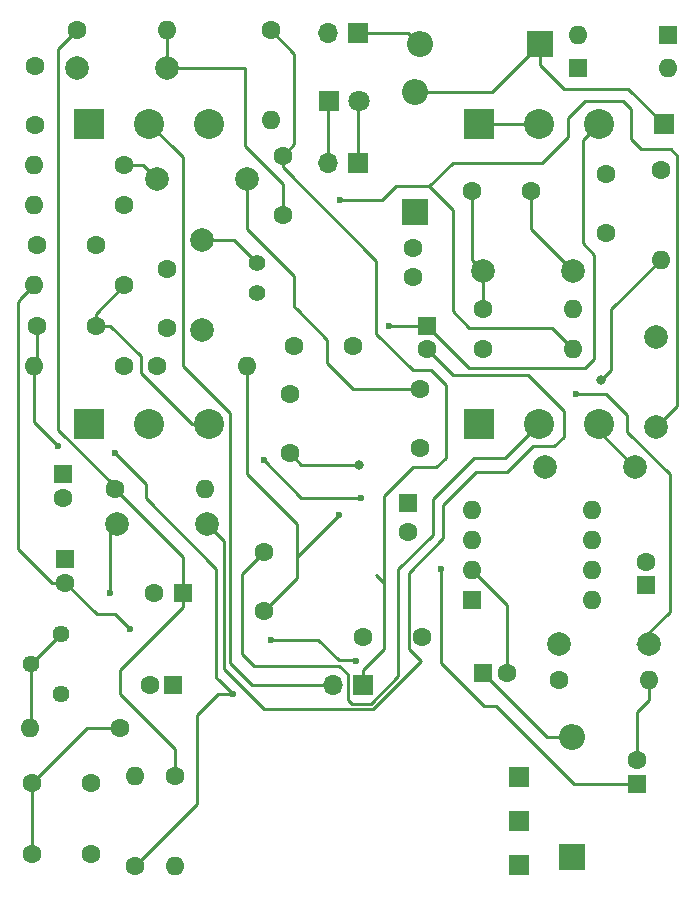
<source format=gbl>
G04 #@! TF.GenerationSoftware,KiCad,Pcbnew,(5.1.10)-1*
G04 #@! TF.CreationDate,2022-03-26T18:38:28-04:00*
G04 #@! TF.ProjectId,malice-striker,6d616c69-6365-42d7-9374-72696b65722e,rev?*
G04 #@! TF.SameCoordinates,Original*
G04 #@! TF.FileFunction,Copper,L4,Bot*
G04 #@! TF.FilePolarity,Positive*
%FSLAX46Y46*%
G04 Gerber Fmt 4.6, Leading zero omitted, Abs format (unit mm)*
G04 Created by KiCad (PCBNEW (5.1.10)-1) date 2022-03-26 18:38:28*
%MOMM*%
%LPD*%
G01*
G04 APERTURE LIST*
G04 #@! TA.AperFunction,ComponentPad*
%ADD10R,1.700000X1.700000*%
G04 #@! TD*
G04 #@! TA.AperFunction,ComponentPad*
%ADD11O,1.700000X1.700000*%
G04 #@! TD*
G04 #@! TA.AperFunction,ComponentPad*
%ADD12C,2.540000*%
G04 #@! TD*
G04 #@! TA.AperFunction,ComponentPad*
%ADD13R,2.540000X2.540000*%
G04 #@! TD*
G04 #@! TA.AperFunction,ComponentPad*
%ADD14R,1.600000X1.600000*%
G04 #@! TD*
G04 #@! TA.AperFunction,ComponentPad*
%ADD15O,1.600000X1.600000*%
G04 #@! TD*
G04 #@! TA.AperFunction,ComponentPad*
%ADD16C,1.440000*%
G04 #@! TD*
G04 #@! TA.AperFunction,ComponentPad*
%ADD17C,1.600000*%
G04 #@! TD*
G04 #@! TA.AperFunction,ComponentPad*
%ADD18C,2.000000*%
G04 #@! TD*
G04 #@! TA.AperFunction,ComponentPad*
%ADD19R,2.200000X2.200000*%
G04 #@! TD*
G04 #@! TA.AperFunction,ComponentPad*
%ADD20O,2.200000X2.200000*%
G04 #@! TD*
G04 #@! TA.AperFunction,ComponentPad*
%ADD21C,1.400000*%
G04 #@! TD*
G04 #@! TA.AperFunction,ComponentPad*
%ADD22C,1.800000*%
G04 #@! TD*
G04 #@! TA.AperFunction,ComponentPad*
%ADD23R,1.800000X1.800000*%
G04 #@! TD*
G04 #@! TA.AperFunction,ViaPad*
%ADD24C,0.600000*%
G04 #@! TD*
G04 #@! TA.AperFunction,ViaPad*
%ADD25C,0.800000*%
G04 #@! TD*
G04 #@! TA.AperFunction,Conductor*
%ADD26C,0.250000*%
G04 #@! TD*
G04 APERTURE END LIST*
D10*
X61000000Y-106500000D03*
X61000000Y-102750000D03*
X61000000Y-99000000D03*
X73250000Y-43750000D03*
X47800000Y-91200000D03*
D11*
X45260000Y-91200000D03*
D10*
X47400000Y-47000000D03*
D11*
X44860000Y-47000000D03*
D10*
X47400000Y-36000000D03*
D11*
X44860000Y-36000000D03*
D12*
X34780000Y-43700000D03*
X29700000Y-43700000D03*
D13*
X24620000Y-43700000D03*
D14*
X57000000Y-84000000D03*
D15*
X67160000Y-76380000D03*
X57000000Y-81460000D03*
X67160000Y-78920000D03*
X57000000Y-78920000D03*
X67160000Y-81460000D03*
X57000000Y-76380000D03*
X67160000Y-84000000D03*
D13*
X57620000Y-69100000D03*
D12*
X62700000Y-69100000D03*
X67780000Y-69100000D03*
D16*
X22200000Y-92000000D03*
X19660000Y-89460000D03*
X22200000Y-86920000D03*
D17*
X28500000Y-106550000D03*
D15*
X28500000Y-98930000D03*
X72020000Y-90800000D03*
D17*
X64400000Y-90800000D03*
D18*
X70810000Y-72800000D03*
X63190000Y-72800000D03*
D17*
X27600000Y-64200000D03*
D15*
X19980000Y-64200000D03*
X38020000Y-64200000D03*
D17*
X30400000Y-64200000D03*
D18*
X64390000Y-87800000D03*
X72010000Y-87800000D03*
D15*
X19980000Y-57400000D03*
D17*
X27600000Y-57400000D03*
X31900000Y-98950000D03*
D15*
X31900000Y-106570000D03*
X73000000Y-55220000D03*
D17*
X73000000Y-47600000D03*
D18*
X38010000Y-48400000D03*
X30390000Y-48400000D03*
D15*
X19980000Y-47200000D03*
D17*
X27600000Y-47200000D03*
X26800000Y-74600000D03*
D15*
X34420000Y-74600000D03*
X19580000Y-94900000D03*
D17*
X27200000Y-94900000D03*
D18*
X26990000Y-77600000D03*
X34610000Y-77600000D03*
D15*
X19980000Y-50600000D03*
D17*
X27600000Y-50600000D03*
D15*
X65620000Y-62800000D03*
D17*
X58000000Y-62800000D03*
D18*
X34200000Y-53590000D03*
X34200000Y-61210000D03*
X72600000Y-69410000D03*
X72600000Y-61790000D03*
X57990000Y-56200000D03*
X65610000Y-56200000D03*
D15*
X65620000Y-59400000D03*
D17*
X58000000Y-59400000D03*
D18*
X23590000Y-39000000D03*
X31210000Y-39000000D03*
D15*
X31220000Y-35800000D03*
D17*
X23600000Y-35800000D03*
X40000000Y-35800000D03*
D15*
X40000000Y-43420000D03*
D13*
X57620000Y-43700000D03*
D12*
X62700000Y-43700000D03*
X67780000Y-43700000D03*
D15*
X65980000Y-36200000D03*
D14*
X73600000Y-36200000D03*
D15*
X73620000Y-39000000D03*
D14*
X66000000Y-39000000D03*
D19*
X65500000Y-105800000D03*
D20*
X65500000Y-95640000D03*
D19*
X52200000Y-51200000D03*
D20*
X52200000Y-41040000D03*
D19*
X62800000Y-37000000D03*
D20*
X52640000Y-37000000D03*
D17*
X22400000Y-75400000D03*
D14*
X22400000Y-73400000D03*
D17*
X71000000Y-97600000D03*
D14*
X71000000Y-99600000D03*
D17*
X39400000Y-80000000D03*
X39400000Y-85000000D03*
X20200000Y-60800000D03*
X25200000Y-60800000D03*
D14*
X32600000Y-83400000D03*
D17*
X30100000Y-83400000D03*
X22600000Y-82600000D03*
D14*
X22600000Y-80600000D03*
D17*
X52600000Y-71200000D03*
X52600000Y-66200000D03*
X42000000Y-62500000D03*
X47000000Y-62500000D03*
X24800000Y-105500000D03*
X19800000Y-105500000D03*
X52800000Y-87200000D03*
X47800000Y-87200000D03*
X24800000Y-99500000D03*
X19800000Y-99500000D03*
X41600000Y-66600000D03*
X41600000Y-71600000D03*
X51600000Y-78300000D03*
D14*
X51600000Y-75800000D03*
D17*
X53200000Y-62800000D03*
D14*
X53200000Y-60800000D03*
D21*
X38800000Y-58000000D03*
X38800000Y-55500000D03*
D17*
X52000000Y-54200000D03*
X52000000Y-56700000D03*
X60000000Y-90250000D03*
D14*
X58000000Y-90250000D03*
D17*
X25200000Y-54000000D03*
X20200000Y-54000000D03*
X31200000Y-56000000D03*
X31200000Y-61000000D03*
X68400000Y-48000000D03*
X68400000Y-53000000D03*
X57000000Y-49400000D03*
X62000000Y-49400000D03*
X71800000Y-80800000D03*
D14*
X71800000Y-82800000D03*
D17*
X29750000Y-91250000D03*
D14*
X31750000Y-91250000D03*
D17*
X20000000Y-43800000D03*
X20000000Y-38800000D03*
X41000000Y-46400000D03*
X41000000Y-51400000D03*
D13*
X24620000Y-69100000D03*
D12*
X29700000Y-69100000D03*
X34780000Y-69100000D03*
D22*
X47470000Y-41790000D03*
D23*
X44930000Y-41790000D03*
D24*
X22000000Y-71000000D03*
X50000000Y-60800000D03*
D25*
X47480000Y-72600000D03*
D24*
X28100000Y-86500000D03*
X40000000Y-87400000D03*
X47200000Y-89200000D03*
D25*
X68000000Y-65400000D03*
D24*
X45800000Y-76800000D03*
X47600000Y-75400000D03*
X39400000Y-72200000D03*
X54400000Y-81400000D03*
X36800000Y-92000000D03*
X26800000Y-71600000D03*
X26400000Y-83400000D03*
X45865000Y-50200000D03*
X65800000Y-66600000D03*
D26*
X25200000Y-59800000D02*
X25200000Y-60800000D01*
X27600000Y-57400000D02*
X25200000Y-59800000D01*
X26400000Y-60800000D02*
X29000000Y-63400000D01*
X25200000Y-60800000D02*
X26400000Y-60800000D01*
X29000000Y-63400000D02*
X29000000Y-64800000D01*
X33300000Y-69100000D02*
X29000000Y-64800000D01*
X34780000Y-69100000D02*
X33300000Y-69100000D01*
X19980000Y-68980000D02*
X19980000Y-64200000D01*
X22000000Y-71000000D02*
X19980000Y-68980000D01*
X20200000Y-63980000D02*
X19980000Y-64200000D01*
X20200000Y-60800000D02*
X20200000Y-63980000D01*
X31220000Y-38990000D02*
X31210000Y-39000000D01*
X31220000Y-35800000D02*
X31220000Y-38990000D01*
X41000000Y-48800000D02*
X41000000Y-51400000D01*
X37800000Y-45600000D02*
X41000000Y-48800000D01*
X37800000Y-39000000D02*
X37800000Y-45600000D01*
X31210000Y-39000000D02*
X37800000Y-39000000D01*
X57000000Y-55210000D02*
X57990000Y-56200000D01*
X57000000Y-49400000D02*
X57000000Y-55210000D01*
X57990000Y-59390000D02*
X58000000Y-59400000D01*
X57990000Y-56200000D02*
X57990000Y-59390000D01*
X36890000Y-53590000D02*
X38800000Y-55500000D01*
X34200000Y-53590000D02*
X36890000Y-53590000D01*
X57620000Y-43700000D02*
X62700000Y-43700000D01*
X50000000Y-60800000D02*
X53200000Y-60800000D01*
X66400000Y-45080000D02*
X67780000Y-43700000D01*
X66400000Y-53800000D02*
X66400000Y-45080000D01*
X67400000Y-54800000D02*
X66400000Y-53800000D01*
X67400000Y-63600000D02*
X67400000Y-54800000D01*
X66600000Y-64400000D02*
X67400000Y-63600000D01*
X56800000Y-64400000D02*
X66600000Y-64400000D01*
X53200000Y-60800000D02*
X56800000Y-64400000D01*
X31800000Y-45800000D02*
X29700000Y-43700000D01*
X32567499Y-64232501D02*
X32567499Y-46567499D01*
X32567499Y-46567499D02*
X31800000Y-45800000D01*
X36567499Y-68232501D02*
X32567499Y-64232501D01*
X36567499Y-89367499D02*
X36567499Y-68232501D01*
X38400000Y-91200000D02*
X36567499Y-89367499D01*
X45260000Y-91200000D02*
X38400000Y-91200000D01*
X41000000Y-47400000D02*
X41000000Y-46400000D01*
X48925001Y-55325001D02*
X41000000Y-47400000D01*
X49600000Y-82600000D02*
X48925001Y-81925001D01*
X49600000Y-88200000D02*
X49600000Y-82600000D01*
X47800000Y-90000000D02*
X49600000Y-88200000D01*
X47800000Y-91200000D02*
X47800000Y-90000000D01*
X49600000Y-82600000D02*
X49600000Y-75200000D01*
X49600000Y-75200000D02*
X52000000Y-72800000D01*
X52000000Y-72800000D02*
X54000000Y-72800000D01*
X54000000Y-72800000D02*
X54800000Y-72000000D01*
X54800000Y-72000000D02*
X54800000Y-65800000D01*
X53600000Y-64600000D02*
X52000000Y-64600000D01*
X54800000Y-65800000D02*
X53600000Y-64600000D01*
X52000000Y-64600000D02*
X48925001Y-61525001D01*
X48925001Y-61525001D02*
X48925001Y-55325001D01*
X41000000Y-46400000D02*
X42000000Y-45400000D01*
X42000000Y-37800000D02*
X40000000Y-35800000D01*
X42000000Y-45400000D02*
X42000000Y-37800000D01*
X47400000Y-41860000D02*
X47470000Y-41790000D01*
X47400000Y-47000000D02*
X47400000Y-41860000D01*
X44860000Y-41860000D02*
X44930000Y-41790000D01*
X44860000Y-47000000D02*
X44860000Y-41860000D01*
X42600000Y-72600000D02*
X41600000Y-71600000D01*
X47480000Y-72600000D02*
X42600000Y-72600000D01*
X65610000Y-56200000D02*
X64000000Y-54590000D01*
X64000000Y-54590000D02*
X63990000Y-54590000D01*
X62000000Y-52600000D02*
X62000000Y-49400000D01*
X63990000Y-54590000D02*
X62000000Y-52600000D01*
X60000000Y-84460000D02*
X60000000Y-84900000D01*
X57000000Y-81460000D02*
X60000000Y-84460000D01*
X60000000Y-84900000D02*
X60000000Y-90250000D01*
X60000000Y-84500000D02*
X60000000Y-84900000D01*
X63390000Y-95640000D02*
X65500000Y-95640000D01*
X58000000Y-90250000D02*
X63390000Y-95640000D01*
X55400000Y-65000000D02*
X53200000Y-62800000D01*
X61800000Y-65000000D02*
X55400000Y-65000000D01*
X64800000Y-70200000D02*
X64800000Y-68000000D01*
X64000000Y-71000000D02*
X64800000Y-70200000D01*
X34610000Y-77600000D02*
X36050010Y-79040010D01*
X52721412Y-89200000D02*
X51674999Y-88153587D01*
X64800000Y-68000000D02*
X61800000Y-65000000D01*
X36050010Y-79040010D02*
X36050010Y-89850010D01*
X36050010Y-89850010D02*
X39450010Y-93250010D01*
X62200000Y-71000000D02*
X64000000Y-71000000D01*
X51674999Y-88153587D02*
X51674999Y-81725001D01*
X51674999Y-81725001D02*
X54600000Y-78800000D01*
X39450010Y-93250010D02*
X48671403Y-93250009D01*
X48671403Y-93250009D02*
X52721412Y-89200000D01*
X54600000Y-78800000D02*
X54600000Y-76000000D01*
X54600000Y-76000000D02*
X57400000Y-73200000D01*
X57400000Y-73200000D02*
X60000000Y-73200000D01*
X60000000Y-73200000D02*
X62200000Y-71000000D01*
X24400000Y-94900000D02*
X19800000Y-99500000D01*
X27200000Y-94900000D02*
X24400000Y-94900000D01*
X19800000Y-99500000D02*
X19800000Y-105500000D01*
X29190000Y-47200000D02*
X30390000Y-48400000D01*
X27600000Y-47200000D02*
X29190000Y-47200000D01*
X38010000Y-48400000D02*
X38010000Y-52610000D01*
X38010000Y-52610000D02*
X42000000Y-56600000D01*
X42200000Y-59400000D02*
X44800000Y-62000000D01*
X44800000Y-62000000D02*
X44800000Y-64000000D01*
X47000000Y-66200000D02*
X52600000Y-66200000D01*
X44800000Y-64000000D02*
X47000000Y-66200000D01*
X42200000Y-59400000D02*
X42000000Y-59200000D01*
X42000000Y-56600000D02*
X42000000Y-59200000D01*
X45000000Y-88400000D02*
X45000000Y-88400000D01*
X47149990Y-89149990D02*
X47200000Y-89200000D01*
X45749990Y-89149990D02*
X47149990Y-89149990D01*
X44000000Y-87400000D02*
X45749990Y-89149990D01*
X40000000Y-87400000D02*
X44000000Y-87400000D01*
X21468630Y-82600000D02*
X22600000Y-82600000D01*
X18600000Y-79731370D02*
X21468630Y-82600000D01*
X18800000Y-58600000D02*
X18600000Y-58800000D01*
X18600000Y-58800000D02*
X18600000Y-79731370D01*
X18800000Y-58580000D02*
X18800000Y-58600000D01*
X19980000Y-57400000D02*
X18800000Y-58580000D01*
X28100000Y-86500000D02*
X26850000Y-85250000D01*
X25250000Y-85250000D02*
X22600000Y-82600000D01*
X26850000Y-85250000D02*
X25250000Y-85250000D01*
X26800000Y-74405002D02*
X26800000Y-74600000D01*
X22000000Y-37400000D02*
X22000000Y-69605002D01*
X22000000Y-69605002D02*
X26800000Y-74405002D01*
X23600000Y-35800000D02*
X22000000Y-37400000D01*
X32600000Y-80400000D02*
X26800000Y-74600000D01*
X32600000Y-83400000D02*
X32600000Y-80400000D01*
X68000000Y-65400000D02*
X68800000Y-64600000D01*
X68800000Y-59420000D02*
X73000000Y-55220000D01*
X68800000Y-64600000D02*
X68800000Y-59420000D01*
X32600000Y-84650000D02*
X32600000Y-84600000D01*
X32600000Y-84600000D02*
X32600000Y-83400000D01*
X27250000Y-90000000D02*
X32600000Y-84650000D01*
X27250000Y-92000000D02*
X27250000Y-90000000D01*
X31900000Y-96650000D02*
X27250000Y-92000000D01*
X31900000Y-98950000D02*
X31900000Y-96650000D01*
X37600000Y-81800000D02*
X39400000Y-80000000D01*
X37600000Y-88600000D02*
X37600000Y-81800000D01*
X53700000Y-75500000D02*
X53700000Y-78500000D01*
X48485002Y-92800000D02*
X46870002Y-92800000D01*
X50800000Y-90485002D02*
X48485002Y-92800000D01*
X53700000Y-78500000D02*
X50800000Y-81400000D01*
X50800000Y-81400000D02*
X50800000Y-90485002D01*
X46535001Y-92464999D02*
X46535001Y-90335001D01*
X46870002Y-92800000D02*
X46535001Y-92464999D01*
X46535001Y-90335001D02*
X45800000Y-89600000D01*
X45800000Y-89600000D02*
X38600000Y-89600000D01*
X38600000Y-89600000D02*
X37600000Y-88600000D01*
X59800000Y-72000000D02*
X57200000Y-72000000D01*
X62700000Y-69100000D02*
X59800000Y-72000000D01*
X57200000Y-72000000D02*
X53700000Y-75500000D01*
X45800000Y-76800000D02*
X42200000Y-80400000D01*
X42200000Y-82200000D02*
X39400000Y-85000000D01*
X42200000Y-80400000D02*
X42200000Y-82200000D01*
X42200000Y-80400000D02*
X42200000Y-77600000D01*
X42200000Y-77600000D02*
X38000000Y-73400000D01*
X38000000Y-64220000D02*
X38020000Y-64200000D01*
X38000000Y-73400000D02*
X38000000Y-64220000D01*
X72020000Y-90800000D02*
X72020000Y-92520000D01*
X71000000Y-93540000D02*
X71000000Y-97600000D01*
X72020000Y-92520000D02*
X71000000Y-93540000D01*
X42600000Y-75400000D02*
X47600000Y-75400000D01*
X39400000Y-72200000D02*
X42600000Y-75400000D01*
X54400000Y-81400000D02*
X54400000Y-89369656D01*
X66900000Y-99600000D02*
X71000000Y-99600000D01*
X59034828Y-92984828D02*
X65650000Y-99600000D01*
X58015172Y-92984828D02*
X59034828Y-92984828D01*
X65650000Y-99600000D02*
X66900000Y-99600000D01*
X54400000Y-89369656D02*
X58015172Y-92984828D01*
X29400000Y-75400000D02*
X29400000Y-74200000D01*
X29400000Y-74200000D02*
X26800000Y-71600000D01*
X26800000Y-71600000D02*
X26800000Y-71600000D01*
X35400000Y-90600000D02*
X35600000Y-90800000D01*
X35400000Y-81400000D02*
X35400000Y-90600000D01*
X35400000Y-81400000D02*
X29400000Y-75400000D01*
X35600000Y-90800000D02*
X36800000Y-92000000D01*
X36000000Y-92000000D02*
X36800000Y-92000000D01*
X35500000Y-92000000D02*
X36000000Y-92000000D01*
X33750000Y-93750000D02*
X35500000Y-92000000D01*
X33750000Y-101300000D02*
X33750000Y-93750000D01*
X28500000Y-106550000D02*
X33750000Y-101300000D01*
X51640000Y-36000000D02*
X52640000Y-37000000D01*
X47400000Y-36000000D02*
X51640000Y-36000000D01*
X26400000Y-78190000D02*
X26990000Y-77600000D01*
X26400000Y-83400000D02*
X26400000Y-78190000D01*
X63820000Y-61000000D02*
X65620000Y-62800000D01*
X56800000Y-61000000D02*
X63820000Y-61000000D01*
X55400000Y-59600000D02*
X56800000Y-61000000D01*
X55400000Y-51000000D02*
X55400000Y-59600000D01*
X53400000Y-49000000D02*
X55400000Y-51000000D01*
X50600000Y-49000000D02*
X53400000Y-49000000D01*
X49400000Y-50200000D02*
X50600000Y-49000000D01*
X45865000Y-50200000D02*
X49400000Y-50200000D01*
X55400000Y-47000000D02*
X53400000Y-49000000D01*
X65200000Y-44800000D02*
X63000000Y-47000000D01*
X63000000Y-47000000D02*
X55400000Y-47000000D01*
X66600000Y-41800000D02*
X65200000Y-43200000D01*
X69800000Y-41800000D02*
X66600000Y-41800000D01*
X74400000Y-67600000D02*
X74400000Y-46400000D01*
X65200000Y-43200000D02*
X65200000Y-44800000D01*
X74200000Y-67800000D02*
X74400000Y-67600000D01*
X74200000Y-67810000D02*
X74200000Y-67800000D01*
X72600000Y-69410000D02*
X74200000Y-67810000D01*
X70500000Y-42500000D02*
X70500000Y-45000000D01*
X70500000Y-42500000D02*
X69800000Y-41800000D01*
X71375000Y-45875000D02*
X73875000Y-45875000D01*
X70500000Y-45000000D02*
X71375000Y-45875000D01*
X74400000Y-46400000D02*
X73875000Y-45875000D01*
X19660000Y-89460000D02*
X22200000Y-86920000D01*
X19660000Y-94820000D02*
X19580000Y-94900000D01*
X19660000Y-89460000D02*
X19660000Y-94820000D01*
X71010000Y-87800000D02*
X73800000Y-85010000D01*
X73800000Y-85010000D02*
X73800000Y-73400000D01*
X73800000Y-73400000D02*
X70200000Y-69800000D01*
X70200000Y-69800000D02*
X70200000Y-68400000D01*
X65800000Y-66600000D02*
X68400000Y-66600000D01*
X70200000Y-68400000D02*
X68400000Y-66600000D01*
X67780000Y-69770000D02*
X67780000Y-69100000D01*
X70810000Y-72800000D02*
X67780000Y-69770000D01*
X58760000Y-41040000D02*
X62800000Y-37000000D01*
X52200000Y-41040000D02*
X58760000Y-41040000D01*
X62800000Y-38700000D02*
X62800000Y-37000000D01*
X64850000Y-40750000D02*
X62800000Y-38700000D01*
X70250000Y-40750000D02*
X64850000Y-40750000D01*
X73250000Y-43750000D02*
X70250000Y-40750000D01*
M02*

</source>
